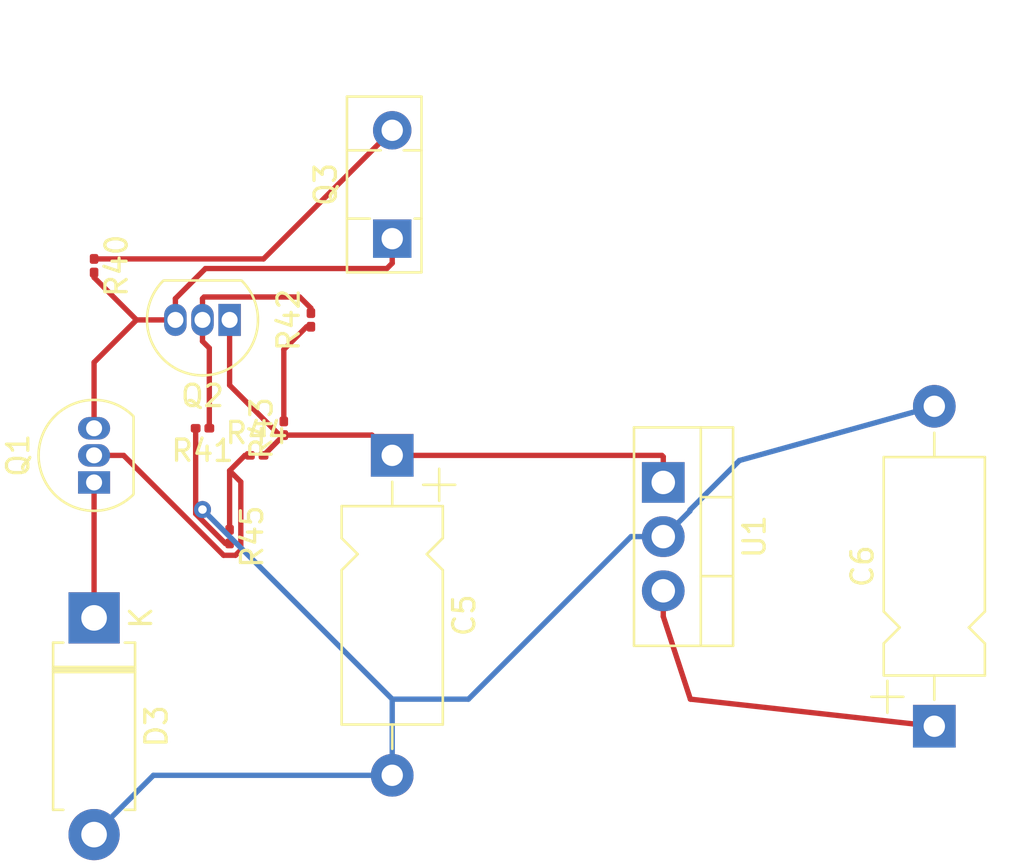
<source format=kicad_pcb>
(kicad_pcb (version 20171130) (host pcbnew "(5.1.5)-3")

  (general
    (thickness 1.6)
    (drawings 0)
    (tracks 63)
    (zones 0)
    (modules 13)
    (nets 10)
  )

  (page A4)
  (layers
    (0 F.Cu signal)
    (31 B.Cu signal)
    (32 B.Adhes user)
    (33 F.Adhes user)
    (34 B.Paste user)
    (35 F.Paste user)
    (36 B.SilkS user)
    (37 F.SilkS user)
    (38 B.Mask user)
    (39 F.Mask user)
    (40 Dwgs.User user)
    (41 Cmts.User user)
    (42 Eco1.User user)
    (43 Eco2.User user)
    (44 Edge.Cuts user)
    (45 Margin user)
    (46 B.CrtYd user)
    (47 F.CrtYd user)
    (48 B.Fab user)
    (49 F.Fab user)
  )

  (setup
    (last_trace_width 0.25)
    (trace_clearance 0.2)
    (zone_clearance 0.508)
    (zone_45_only no)
    (trace_min 0.2)
    (via_size 0.8)
    (via_drill 0.4)
    (via_min_size 0.4)
    (via_min_drill 0.3)
    (uvia_size 0.3)
    (uvia_drill 0.1)
    (uvias_allowed no)
    (uvia_min_size 0.2)
    (uvia_min_drill 0.1)
    (edge_width 0.05)
    (segment_width 0.2)
    (pcb_text_width 0.3)
    (pcb_text_size 1.5 1.5)
    (mod_edge_width 0.12)
    (mod_text_size 1 1)
    (mod_text_width 0.15)
    (pad_size 1.524 1.524)
    (pad_drill 0.762)
    (pad_to_mask_clearance 0.051)
    (solder_mask_min_width 0.25)
    (aux_axis_origin 0 0)
    (visible_elements FFFFFF7F)
    (pcbplotparams
      (layerselection 0x010fc_ffffffff)
      (usegerberextensions false)
      (usegerberattributes false)
      (usegerberadvancedattributes false)
      (creategerberjobfile false)
      (excludeedgelayer true)
      (linewidth 0.100000)
      (plotframeref false)
      (viasonmask false)
      (mode 1)
      (useauxorigin false)
      (hpglpennumber 1)
      (hpglpenspeed 20)
      (hpglpendiameter 15.000000)
      (psnegative false)
      (psa4output false)
      (plotreference true)
      (plotvalue true)
      (plotinvisibletext false)
      (padsonsilk false)
      (subtractmaskfromsilk false)
      (outputformat 1)
      (mirror false)
      (drillshape 1)
      (scaleselection 1)
      (outputdirectory ""))
  )

  (net 0 "")
  (net 1 "Net-(C5-Pad1)")
  (net 2 GND)
  (net 3 "Net-(C6-Pad1)")
  (net 4 "Net-(D3-Pad1)")
  (net 5 "Net-(Q1-Pad2)")
  (net 6 "Net-(Q1-Pad3)")
  (net 7 "Net-(Q2-Pad2)")
  (net 8 VCC)
  (net 9 "Net-(Q3-Pad3)")

  (net_class Default "Esta es la clase de red por defecto."
    (clearance 0.2)
    (trace_width 0.25)
    (via_dia 0.8)
    (via_drill 0.4)
    (uvia_dia 0.3)
    (uvia_drill 0.1)
    (add_net GND)
    (add_net "Net-(C5-Pad1)")
    (add_net "Net-(C6-Pad1)")
    (add_net "Net-(D3-Pad1)")
    (add_net "Net-(Q1-Pad2)")
    (add_net "Net-(Q1-Pad3)")
    (add_net "Net-(Q2-Pad2)")
    (add_net "Net-(Q3-Pad3)")
    (add_net VCC)
  )

  (module Capacitor_THT:CP_Axial_L10.0mm_D4.5mm_P15.00mm_Horizontal (layer F.Cu) (tedit 5AE50EF2) (tstamp 5EEBA615)
    (at 30.48 30.48 270)
    (descr "CP, Axial series, Axial, Horizontal, pin pitch=15mm, , length*diameter=10*4.5mm^2, Electrolytic Capacitor, , http://www.vishay.com/docs/28325/021asm.pdf")
    (tags "CP Axial series Axial Horizontal pin pitch 15mm  length 10mm diameter 4.5mm Electrolytic Capacitor")
    (path /5EEC4B63)
    (fp_text reference C5 (at 7.5 -3.37 90) (layer F.SilkS)
      (effects (font (size 1 1) (thickness 0.15)))
    )
    (fp_text value 100n (at 7.5 3.37 90) (layer F.Fab)
      (effects (font (size 1 1) (thickness 0.15)))
    )
    (fp_line (start 2.5 -2.25) (end 2.5 2.25) (layer F.Fab) (width 0.1))
    (fp_line (start 12.5 -2.25) (end 12.5 2.25) (layer F.Fab) (width 0.1))
    (fp_line (start 2.5 -2.25) (end 3.88 -2.25) (layer F.Fab) (width 0.1))
    (fp_line (start 3.88 -2.25) (end 4.63 -1.5) (layer F.Fab) (width 0.1))
    (fp_line (start 4.63 -1.5) (end 5.38 -2.25) (layer F.Fab) (width 0.1))
    (fp_line (start 5.38 -2.25) (end 12.5 -2.25) (layer F.Fab) (width 0.1))
    (fp_line (start 2.5 2.25) (end 3.88 2.25) (layer F.Fab) (width 0.1))
    (fp_line (start 3.88 2.25) (end 4.63 1.5) (layer F.Fab) (width 0.1))
    (fp_line (start 4.63 1.5) (end 5.38 2.25) (layer F.Fab) (width 0.1))
    (fp_line (start 5.38 2.25) (end 12.5 2.25) (layer F.Fab) (width 0.1))
    (fp_line (start 0 0) (end 2.5 0) (layer F.Fab) (width 0.1))
    (fp_line (start 15 0) (end 12.5 0) (layer F.Fab) (width 0.1))
    (fp_line (start 3.9 0) (end 5.4 0) (layer F.Fab) (width 0.1))
    (fp_line (start 4.65 -0.75) (end 4.65 0.75) (layer F.Fab) (width 0.1))
    (fp_line (start 0.63 -2.2) (end 2.13 -2.2) (layer F.SilkS) (width 0.12))
    (fp_line (start 1.38 -2.95) (end 1.38 -1.45) (layer F.SilkS) (width 0.12))
    (fp_line (start 2.38 -2.37) (end 2.38 2.37) (layer F.SilkS) (width 0.12))
    (fp_line (start 12.62 -2.37) (end 12.62 2.37) (layer F.SilkS) (width 0.12))
    (fp_line (start 2.38 -2.37) (end 3.88 -2.37) (layer F.SilkS) (width 0.12))
    (fp_line (start 3.88 -2.37) (end 4.63 -1.62) (layer F.SilkS) (width 0.12))
    (fp_line (start 4.63 -1.62) (end 5.38 -2.37) (layer F.SilkS) (width 0.12))
    (fp_line (start 5.38 -2.37) (end 12.62 -2.37) (layer F.SilkS) (width 0.12))
    (fp_line (start 2.38 2.37) (end 3.88 2.37) (layer F.SilkS) (width 0.12))
    (fp_line (start 3.88 2.37) (end 4.63 1.62) (layer F.SilkS) (width 0.12))
    (fp_line (start 4.63 1.62) (end 5.38 2.37) (layer F.SilkS) (width 0.12))
    (fp_line (start 5.38 2.37) (end 12.62 2.37) (layer F.SilkS) (width 0.12))
    (fp_line (start 1.24 0) (end 2.38 0) (layer F.SilkS) (width 0.12))
    (fp_line (start 13.76 0) (end 12.62 0) (layer F.SilkS) (width 0.12))
    (fp_line (start -1.25 -2.5) (end -1.25 2.5) (layer F.CrtYd) (width 0.05))
    (fp_line (start -1.25 2.5) (end 16.25 2.5) (layer F.CrtYd) (width 0.05))
    (fp_line (start 16.25 2.5) (end 16.25 -2.5) (layer F.CrtYd) (width 0.05))
    (fp_line (start 16.25 -2.5) (end -1.25 -2.5) (layer F.CrtYd) (width 0.05))
    (fp_text user %R (at 7.5 0 90) (layer F.Fab)
      (effects (font (size 1 1) (thickness 0.15)))
    )
    (pad 1 thru_hole rect (at 0 0 270) (size 2 2) (drill 1) (layers *.Cu *.Mask)
      (net 1 "Net-(C5-Pad1)"))
    (pad 2 thru_hole oval (at 15 0 270) (size 2 2) (drill 1) (layers *.Cu *.Mask)
      (net 2 GND))
    (model ${KISYS3DMOD}/Capacitor_THT.3dshapes/CP_Axial_L10.0mm_D4.5mm_P15.00mm_Horizontal.wrl
      (at (xyz 0 0 0))
      (scale (xyz 1 1 1))
      (rotate (xyz 0 0 0))
    )
  )

  (module Capacitor_THT:CP_Axial_L10.0mm_D4.5mm_P15.00mm_Horizontal (layer F.Cu) (tedit 5AE50EF2) (tstamp 5EEBB07F)
    (at 55.88 43.18 90)
    (descr "CP, Axial series, Axial, Horizontal, pin pitch=15mm, , length*diameter=10*4.5mm^2, Electrolytic Capacitor, , http://www.vishay.com/docs/28325/021asm.pdf")
    (tags "CP Axial series Axial Horizontal pin pitch 15mm  length 10mm diameter 4.5mm Electrolytic Capacitor")
    (path /5EEC695D)
    (fp_text reference C6 (at 7.5 -3.37 90) (layer F.SilkS)
      (effects (font (size 1 1) (thickness 0.15)))
    )
    (fp_text value 100n (at 7.5 3.37 90) (layer F.Fab)
      (effects (font (size 1 1) (thickness 0.15)))
    )
    (fp_text user %R (at 7.5 0 90) (layer F.Fab)
      (effects (font (size 1 1) (thickness 0.15)))
    )
    (fp_line (start 16.25 -2.5) (end -1.25 -2.5) (layer F.CrtYd) (width 0.05))
    (fp_line (start 16.25 2.5) (end 16.25 -2.5) (layer F.CrtYd) (width 0.05))
    (fp_line (start -1.25 2.5) (end 16.25 2.5) (layer F.CrtYd) (width 0.05))
    (fp_line (start -1.25 -2.5) (end -1.25 2.5) (layer F.CrtYd) (width 0.05))
    (fp_line (start 13.76 0) (end 12.62 0) (layer F.SilkS) (width 0.12))
    (fp_line (start 1.24 0) (end 2.38 0) (layer F.SilkS) (width 0.12))
    (fp_line (start 5.38 2.37) (end 12.62 2.37) (layer F.SilkS) (width 0.12))
    (fp_line (start 4.63 1.62) (end 5.38 2.37) (layer F.SilkS) (width 0.12))
    (fp_line (start 3.88 2.37) (end 4.63 1.62) (layer F.SilkS) (width 0.12))
    (fp_line (start 2.38 2.37) (end 3.88 2.37) (layer F.SilkS) (width 0.12))
    (fp_line (start 5.38 -2.37) (end 12.62 -2.37) (layer F.SilkS) (width 0.12))
    (fp_line (start 4.63 -1.62) (end 5.38 -2.37) (layer F.SilkS) (width 0.12))
    (fp_line (start 3.88 -2.37) (end 4.63 -1.62) (layer F.SilkS) (width 0.12))
    (fp_line (start 2.38 -2.37) (end 3.88 -2.37) (layer F.SilkS) (width 0.12))
    (fp_line (start 12.62 -2.37) (end 12.62 2.37) (layer F.SilkS) (width 0.12))
    (fp_line (start 2.38 -2.37) (end 2.38 2.37) (layer F.SilkS) (width 0.12))
    (fp_line (start 1.38 -2.95) (end 1.38 -1.45) (layer F.SilkS) (width 0.12))
    (fp_line (start 0.63 -2.2) (end 2.13 -2.2) (layer F.SilkS) (width 0.12))
    (fp_line (start 4.65 -0.75) (end 4.65 0.75) (layer F.Fab) (width 0.1))
    (fp_line (start 3.9 0) (end 5.4 0) (layer F.Fab) (width 0.1))
    (fp_line (start 15 0) (end 12.5 0) (layer F.Fab) (width 0.1))
    (fp_line (start 0 0) (end 2.5 0) (layer F.Fab) (width 0.1))
    (fp_line (start 5.38 2.25) (end 12.5 2.25) (layer F.Fab) (width 0.1))
    (fp_line (start 4.63 1.5) (end 5.38 2.25) (layer F.Fab) (width 0.1))
    (fp_line (start 3.88 2.25) (end 4.63 1.5) (layer F.Fab) (width 0.1))
    (fp_line (start 2.5 2.25) (end 3.88 2.25) (layer F.Fab) (width 0.1))
    (fp_line (start 5.38 -2.25) (end 12.5 -2.25) (layer F.Fab) (width 0.1))
    (fp_line (start 4.63 -1.5) (end 5.38 -2.25) (layer F.Fab) (width 0.1))
    (fp_line (start 3.88 -2.25) (end 4.63 -1.5) (layer F.Fab) (width 0.1))
    (fp_line (start 2.5 -2.25) (end 3.88 -2.25) (layer F.Fab) (width 0.1))
    (fp_line (start 12.5 -2.25) (end 12.5 2.25) (layer F.Fab) (width 0.1))
    (fp_line (start 2.5 -2.25) (end 2.5 2.25) (layer F.Fab) (width 0.1))
    (pad 2 thru_hole oval (at 15 0 90) (size 2 2) (drill 1) (layers *.Cu *.Mask)
      (net 2 GND))
    (pad 1 thru_hole rect (at 0 0 90) (size 2 2) (drill 1) (layers *.Cu *.Mask)
      (net 3 "Net-(C6-Pad1)"))
    (model ${KISYS3DMOD}/Capacitor_THT.3dshapes/CP_Axial_L10.0mm_D4.5mm_P15.00mm_Horizontal.wrl
      (at (xyz 0 0 0))
      (scale (xyz 1 1 1))
      (rotate (xyz 0 0 0))
    )
  )

  (module Diode_THT:D_DO-15_P10.16mm_Horizontal (layer F.Cu) (tedit 5AE50CD5) (tstamp 5EEBA65B)
    (at 16.51 38.1 270)
    (descr "Diode, DO-15 series, Axial, Horizontal, pin pitch=10.16mm, , length*diameter=7.6*3.6mm^2, , http://www.diodes.com/_files/packages/DO-15.pdf")
    (tags "Diode DO-15 series Axial Horizontal pin pitch 10.16mm  length 7.6mm diameter 3.6mm")
    (path /5EEBAC23)
    (fp_text reference D3 (at 5.08 -2.92 90) (layer F.SilkS)
      (effects (font (size 1 1) (thickness 0.15)))
    )
    (fp_text value 1N47xxA (at 5.08 2.92 90) (layer F.Fab)
      (effects (font (size 1 1) (thickness 0.15)))
    )
    (fp_line (start 1.28 -1.8) (end 1.28 1.8) (layer F.Fab) (width 0.1))
    (fp_line (start 1.28 1.8) (end 8.88 1.8) (layer F.Fab) (width 0.1))
    (fp_line (start 8.88 1.8) (end 8.88 -1.8) (layer F.Fab) (width 0.1))
    (fp_line (start 8.88 -1.8) (end 1.28 -1.8) (layer F.Fab) (width 0.1))
    (fp_line (start 0 0) (end 1.28 0) (layer F.Fab) (width 0.1))
    (fp_line (start 10.16 0) (end 8.88 0) (layer F.Fab) (width 0.1))
    (fp_line (start 2.42 -1.8) (end 2.42 1.8) (layer F.Fab) (width 0.1))
    (fp_line (start 2.52 -1.8) (end 2.52 1.8) (layer F.Fab) (width 0.1))
    (fp_line (start 2.32 -1.8) (end 2.32 1.8) (layer F.Fab) (width 0.1))
    (fp_line (start 1.16 -1.44) (end 1.16 -1.92) (layer F.SilkS) (width 0.12))
    (fp_line (start 1.16 -1.92) (end 9 -1.92) (layer F.SilkS) (width 0.12))
    (fp_line (start 9 -1.92) (end 9 -1.44) (layer F.SilkS) (width 0.12))
    (fp_line (start 1.16 1.44) (end 1.16 1.92) (layer F.SilkS) (width 0.12))
    (fp_line (start 1.16 1.92) (end 9 1.92) (layer F.SilkS) (width 0.12))
    (fp_line (start 9 1.92) (end 9 1.44) (layer F.SilkS) (width 0.12))
    (fp_line (start 2.42 -1.92) (end 2.42 1.92) (layer F.SilkS) (width 0.12))
    (fp_line (start 2.54 -1.92) (end 2.54 1.92) (layer F.SilkS) (width 0.12))
    (fp_line (start 2.3 -1.92) (end 2.3 1.92) (layer F.SilkS) (width 0.12))
    (fp_line (start -1.45 -2.05) (end -1.45 2.05) (layer F.CrtYd) (width 0.05))
    (fp_line (start -1.45 2.05) (end 11.61 2.05) (layer F.CrtYd) (width 0.05))
    (fp_line (start 11.61 2.05) (end 11.61 -2.05) (layer F.CrtYd) (width 0.05))
    (fp_line (start 11.61 -2.05) (end -1.45 -2.05) (layer F.CrtYd) (width 0.05))
    (fp_text user %R (at 5.65 0 90) (layer F.Fab)
      (effects (font (size 1 1) (thickness 0.15)))
    )
    (fp_text user K (at 0 -2.2 90) (layer F.Fab)
      (effects (font (size 1 1) (thickness 0.15)))
    )
    (fp_text user K (at 0 -2.2 90) (layer F.SilkS)
      (effects (font (size 1 1) (thickness 0.15)))
    )
    (pad 1 thru_hole rect (at 0 0 270) (size 2.4 2.4) (drill 1.2) (layers *.Cu *.Mask)
      (net 4 "Net-(D3-Pad1)"))
    (pad 2 thru_hole oval (at 10.16 0 270) (size 2.4 2.4) (drill 1.2) (layers *.Cu *.Mask)
      (net 2 GND))
    (model ${KISYS3DMOD}/Diode_THT.3dshapes/D_DO-15_P10.16mm_Horizontal.wrl
      (at (xyz 0 0 0))
      (scale (xyz 1 1 1))
      (rotate (xyz 0 0 0))
    )
  )

  (module Package_TO_SOT_THT:TO-92_Inline (layer F.Cu) (tedit 5A1DD157) (tstamp 5EEBA66D)
    (at 16.51 31.75 90)
    (descr "TO-92 leads in-line, narrow, oval pads, drill 0.75mm (see NXP sot054_po.pdf)")
    (tags "to-92 sc-43 sc-43a sot54 PA33 transistor")
    (path /5EEB6F2D)
    (fp_text reference Q1 (at 1.27 -3.56 90) (layer F.SilkS)
      (effects (font (size 1 1) (thickness 0.15)))
    )
    (fp_text value 2N3904 (at 1.27 2.79 90) (layer F.Fab)
      (effects (font (size 1 1) (thickness 0.15)))
    )
    (fp_text user %R (at 1.27 -3.56 90) (layer F.Fab)
      (effects (font (size 1 1) (thickness 0.15)))
    )
    (fp_line (start -0.53 1.85) (end 3.07 1.85) (layer F.SilkS) (width 0.12))
    (fp_line (start -0.5 1.75) (end 3 1.75) (layer F.Fab) (width 0.1))
    (fp_line (start -1.46 -2.73) (end 4 -2.73) (layer F.CrtYd) (width 0.05))
    (fp_line (start -1.46 -2.73) (end -1.46 2.01) (layer F.CrtYd) (width 0.05))
    (fp_line (start 4 2.01) (end 4 -2.73) (layer F.CrtYd) (width 0.05))
    (fp_line (start 4 2.01) (end -1.46 2.01) (layer F.CrtYd) (width 0.05))
    (fp_arc (start 1.27 0) (end 1.27 -2.48) (angle 135) (layer F.Fab) (width 0.1))
    (fp_arc (start 1.27 0) (end 1.27 -2.6) (angle -135) (layer F.SilkS) (width 0.12))
    (fp_arc (start 1.27 0) (end 1.27 -2.48) (angle -135) (layer F.Fab) (width 0.1))
    (fp_arc (start 1.27 0) (end 1.27 -2.6) (angle 135) (layer F.SilkS) (width 0.12))
    (pad 2 thru_hole oval (at 1.27 0 90) (size 1.05 1.5) (drill 0.75) (layers *.Cu *.Mask)
      (net 5 "Net-(Q1-Pad2)"))
    (pad 3 thru_hole oval (at 2.54 0 90) (size 1.05 1.5) (drill 0.75) (layers *.Cu *.Mask)
      (net 6 "Net-(Q1-Pad3)"))
    (pad 1 thru_hole rect (at 0 0 90) (size 1.05 1.5) (drill 0.75) (layers *.Cu *.Mask)
      (net 4 "Net-(D3-Pad1)"))
    (model ${KISYS3DMOD}/Package_TO_SOT_THT.3dshapes/TO-92_Inline.wrl
      (at (xyz 0 0 0))
      (scale (xyz 1 1 1))
      (rotate (xyz 0 0 0))
    )
  )

  (module Package_TO_SOT_THT:TO-92_Inline (layer F.Cu) (tedit 5A1DD157) (tstamp 5EEBA67F)
    (at 22.86 24.13 180)
    (descr "TO-92 leads in-line, narrow, oval pads, drill 0.75mm (see NXP sot054_po.pdf)")
    (tags "to-92 sc-43 sc-43a sot54 PA33 transistor")
    (path /5EEB9958)
    (fp_text reference Q2 (at 1.27 -3.56) (layer F.SilkS)
      (effects (font (size 1 1) (thickness 0.15)))
    )
    (fp_text value 2N3904 (at 1.27 2.79) (layer F.Fab)
      (effects (font (size 1 1) (thickness 0.15)))
    )
    (fp_arc (start 1.27 0) (end 1.27 -2.6) (angle 135) (layer F.SilkS) (width 0.12))
    (fp_arc (start 1.27 0) (end 1.27 -2.48) (angle -135) (layer F.Fab) (width 0.1))
    (fp_arc (start 1.27 0) (end 1.27 -2.6) (angle -135) (layer F.SilkS) (width 0.12))
    (fp_arc (start 1.27 0) (end 1.27 -2.48) (angle 135) (layer F.Fab) (width 0.1))
    (fp_line (start 4 2.01) (end -1.46 2.01) (layer F.CrtYd) (width 0.05))
    (fp_line (start 4 2.01) (end 4 -2.73) (layer F.CrtYd) (width 0.05))
    (fp_line (start -1.46 -2.73) (end -1.46 2.01) (layer F.CrtYd) (width 0.05))
    (fp_line (start -1.46 -2.73) (end 4 -2.73) (layer F.CrtYd) (width 0.05))
    (fp_line (start -0.5 1.75) (end 3 1.75) (layer F.Fab) (width 0.1))
    (fp_line (start -0.53 1.85) (end 3.07 1.85) (layer F.SilkS) (width 0.12))
    (fp_text user %R (at 1.27 -3.56) (layer F.Fab)
      (effects (font (size 1 1) (thickness 0.15)))
    )
    (pad 1 thru_hole rect (at 0 0 180) (size 1.05 1.5) (drill 0.75) (layers *.Cu *.Mask)
      (net 1 "Net-(C5-Pad1)"))
    (pad 3 thru_hole oval (at 2.54 0 180) (size 1.05 1.5) (drill 0.75) (layers *.Cu *.Mask)
      (net 6 "Net-(Q1-Pad3)"))
    (pad 2 thru_hole oval (at 1.27 0 180) (size 1.05 1.5) (drill 0.75) (layers *.Cu *.Mask)
      (net 7 "Net-(Q2-Pad2)"))
    (model ${KISYS3DMOD}/Package_TO_SOT_THT.3dshapes/TO-92_Inline.wrl
      (at (xyz 0 0 0))
      (scale (xyz 1 1 1))
      (rotate (xyz 0 0 0))
    )
  )

  (module Package_TO_SOT_THT:TO-126-2_Vertical (layer F.Cu) (tedit 5AC8BA0D) (tstamp 5EEBA698)
    (at 30.48 20.32 90)
    (descr "TO-126-2, Vertical, RM 5.08mm, see https://www.diodes.com/assets/Package-Files/TO126.pdf")
    (tags "TO-126-2 Vertical RM 5.08mm")
    (path /5EEBE8DB)
    (fp_text reference Q3 (at 2.54 -3.12 90) (layer F.SilkS)
      (effects (font (size 1 1) (thickness 0.15)))
    )
    (fp_text value Q_NPN_Darlington_BCE (at 2.54 2.5 90) (layer F.Fab)
      (effects (font (size 1 1) (thickness 0.15)))
    )
    (fp_line (start -1.46 -2) (end -1.46 1.25) (layer F.Fab) (width 0.1))
    (fp_line (start -1.46 1.25) (end 6.54 1.25) (layer F.Fab) (width 0.1))
    (fp_line (start 6.54 1.25) (end 6.54 -2) (layer F.Fab) (width 0.1))
    (fp_line (start 6.54 -2) (end -1.46 -2) (layer F.Fab) (width 0.1))
    (fp_line (start 0.94 -2) (end 0.94 1.25) (layer F.Fab) (width 0.1))
    (fp_line (start 4.14 -2) (end 4.14 1.25) (layer F.Fab) (width 0.1))
    (fp_line (start -1.58 -2.12) (end 6.66 -2.12) (layer F.SilkS) (width 0.12))
    (fp_line (start -1.58 1.37) (end 6.66 1.37) (layer F.SilkS) (width 0.12))
    (fp_line (start -1.58 -2.12) (end -1.58 1.37) (layer F.SilkS) (width 0.12))
    (fp_line (start 6.66 -2.12) (end 6.66 1.37) (layer F.SilkS) (width 0.12))
    (fp_line (start 0.94 -2.12) (end 0.94 -1.05) (layer F.SilkS) (width 0.12))
    (fp_line (start 0.94 1.05) (end 0.94 1.37) (layer F.SilkS) (width 0.12))
    (fp_line (start 4.141 -2.12) (end 4.141 -0.54) (layer F.SilkS) (width 0.12))
    (fp_line (start 4.141 0.54) (end 4.141 1.37) (layer F.SilkS) (width 0.12))
    (fp_line (start -1.71 -2.25) (end -1.71 1.5) (layer F.CrtYd) (width 0.05))
    (fp_line (start -1.71 1.5) (end 6.79 1.5) (layer F.CrtYd) (width 0.05))
    (fp_line (start 6.79 1.5) (end 6.79 -2.25) (layer F.CrtYd) (width 0.05))
    (fp_line (start 6.79 -2.25) (end -1.71 -2.25) (layer F.CrtYd) (width 0.05))
    (fp_text user %R (at 2.54 -3.12 90) (layer F.Fab)
      (effects (font (size 1 1) (thickness 0.15)))
    )
    (pad 1 thru_hole rect (at 0 0 90) (size 1.8 1.8) (drill 1) (layers *.Cu *.Mask)
      (net 6 "Net-(Q1-Pad3)"))
    (pad 2 thru_hole oval (at 5.08 0 90) (size 1.8 1.8) (drill 1) (layers *.Cu *.Mask)
      (net 8 VCC))
    (model ${KISYS3DMOD}/Package_TO_SOT_THT.3dshapes/TO-126-2_Vertical.wrl
      (at (xyz 0 0 0))
      (scale (xyz 1 1 1))
      (rotate (xyz 0 0 0))
    )
  )

  (module Resistor_SMD:R_0201_0603Metric (layer F.Cu) (tedit 5B301BBD) (tstamp 5EEBA6A9)
    (at 16.51 21.59 270)
    (descr "Resistor SMD 0201 (0603 Metric), square (rectangular) end terminal, IPC_7351 nominal, (Body size source: https://www.vishay.com/docs/20052/crcw0201e3.pdf), generated with kicad-footprint-generator")
    (tags resistor)
    (path /5EEB4963)
    (attr smd)
    (fp_text reference R40 (at 0 -1.05 90) (layer F.SilkS)
      (effects (font (size 1 1) (thickness 0.15)))
    )
    (fp_text value 10K (at 0 1.05 90) (layer F.Fab)
      (effects (font (size 1 1) (thickness 0.15)))
    )
    (fp_line (start -0.3 0.15) (end -0.3 -0.15) (layer F.Fab) (width 0.1))
    (fp_line (start -0.3 -0.15) (end 0.3 -0.15) (layer F.Fab) (width 0.1))
    (fp_line (start 0.3 -0.15) (end 0.3 0.15) (layer F.Fab) (width 0.1))
    (fp_line (start 0.3 0.15) (end -0.3 0.15) (layer F.Fab) (width 0.1))
    (fp_line (start -0.7 0.35) (end -0.7 -0.35) (layer F.CrtYd) (width 0.05))
    (fp_line (start -0.7 -0.35) (end 0.7 -0.35) (layer F.CrtYd) (width 0.05))
    (fp_line (start 0.7 -0.35) (end 0.7 0.35) (layer F.CrtYd) (width 0.05))
    (fp_line (start 0.7 0.35) (end -0.7 0.35) (layer F.CrtYd) (width 0.05))
    (fp_text user %R (at 0 -0.68 90) (layer F.Fab)
      (effects (font (size 0.25 0.25) (thickness 0.04)))
    )
    (pad "" smd roundrect (at -0.345 0 270) (size 0.318 0.36) (layers F.Paste) (roundrect_rratio 0.25))
    (pad "" smd roundrect (at 0.345 0 270) (size 0.318 0.36) (layers F.Paste) (roundrect_rratio 0.25))
    (pad 1 smd roundrect (at -0.32 0 270) (size 0.46 0.4) (layers F.Cu F.Mask) (roundrect_rratio 0.25)
      (net 8 VCC))
    (pad 2 smd roundrect (at 0.32 0 270) (size 0.46 0.4) (layers F.Cu F.Mask) (roundrect_rratio 0.25)
      (net 6 "Net-(Q1-Pad3)"))
    (model ${KISYS3DMOD}/Resistor_SMD.3dshapes/R_0201_0603Metric.wrl
      (at (xyz 0 0 0))
      (scale (xyz 1 1 1))
      (rotate (xyz 0 0 0))
    )
  )

  (module Resistor_SMD:R_0201_0603Metric (layer F.Cu) (tedit 5B301BBD) (tstamp 5EEBA6BA)
    (at 21.59 29.21 180)
    (descr "Resistor SMD 0201 (0603 Metric), square (rectangular) end terminal, IPC_7351 nominal, (Body size source: https://www.vishay.com/docs/20052/crcw0201e3.pdf), generated with kicad-footprint-generator")
    (tags resistor)
    (path /5EEB4EB0)
    (attr smd)
    (fp_text reference R41 (at 0 -1.05) (layer F.SilkS)
      (effects (font (size 1 1) (thickness 0.15)))
    )
    (fp_text value 2K (at 0 1.05) (layer F.Fab)
      (effects (font (size 1 1) (thickness 0.15)))
    )
    (fp_text user %R (at 0 -0.68) (layer F.Fab)
      (effects (font (size 0.25 0.25) (thickness 0.04)))
    )
    (fp_line (start 0.7 0.35) (end -0.7 0.35) (layer F.CrtYd) (width 0.05))
    (fp_line (start 0.7 -0.35) (end 0.7 0.35) (layer F.CrtYd) (width 0.05))
    (fp_line (start -0.7 -0.35) (end 0.7 -0.35) (layer F.CrtYd) (width 0.05))
    (fp_line (start -0.7 0.35) (end -0.7 -0.35) (layer F.CrtYd) (width 0.05))
    (fp_line (start 0.3 0.15) (end -0.3 0.15) (layer F.Fab) (width 0.1))
    (fp_line (start 0.3 -0.15) (end 0.3 0.15) (layer F.Fab) (width 0.1))
    (fp_line (start -0.3 -0.15) (end 0.3 -0.15) (layer F.Fab) (width 0.1))
    (fp_line (start -0.3 0.15) (end -0.3 -0.15) (layer F.Fab) (width 0.1))
    (pad 2 smd roundrect (at 0.32 0 180) (size 0.46 0.4) (layers F.Cu F.Mask) (roundrect_rratio 0.25)
      (net 2 GND))
    (pad 1 smd roundrect (at -0.32 0 180) (size 0.46 0.4) (layers F.Cu F.Mask) (roundrect_rratio 0.25)
      (net 7 "Net-(Q2-Pad2)"))
    (pad "" smd roundrect (at 0.345 0 180) (size 0.318 0.36) (layers F.Paste) (roundrect_rratio 0.25))
    (pad "" smd roundrect (at -0.345 0 180) (size 0.318 0.36) (layers F.Paste) (roundrect_rratio 0.25))
    (model ${KISYS3DMOD}/Resistor_SMD.3dshapes/R_0201_0603Metric.wrl
      (at (xyz 0 0 0))
      (scale (xyz 1 1 1))
      (rotate (xyz 0 0 0))
    )
  )

  (module Resistor_SMD:R_0201_0603Metric (layer F.Cu) (tedit 5B301BBD) (tstamp 5EEBA6CB)
    (at 26.67 24.13 90)
    (descr "Resistor SMD 0201 (0603 Metric), square (rectangular) end terminal, IPC_7351 nominal, (Body size source: https://www.vishay.com/docs/20052/crcw0201e3.pdf), generated with kicad-footprint-generator")
    (tags resistor)
    (path /5EEB5373)
    (attr smd)
    (fp_text reference R42 (at 0 -1.05 90) (layer F.SilkS)
      (effects (font (size 1 1) (thickness 0.15)))
    )
    (fp_text value 2K (at 0 1.05 90) (layer F.Fab)
      (effects (font (size 1 1) (thickness 0.15)))
    )
    (fp_line (start -0.3 0.15) (end -0.3 -0.15) (layer F.Fab) (width 0.1))
    (fp_line (start -0.3 -0.15) (end 0.3 -0.15) (layer F.Fab) (width 0.1))
    (fp_line (start 0.3 -0.15) (end 0.3 0.15) (layer F.Fab) (width 0.1))
    (fp_line (start 0.3 0.15) (end -0.3 0.15) (layer F.Fab) (width 0.1))
    (fp_line (start -0.7 0.35) (end -0.7 -0.35) (layer F.CrtYd) (width 0.05))
    (fp_line (start -0.7 -0.35) (end 0.7 -0.35) (layer F.CrtYd) (width 0.05))
    (fp_line (start 0.7 -0.35) (end 0.7 0.35) (layer F.CrtYd) (width 0.05))
    (fp_line (start 0.7 0.35) (end -0.7 0.35) (layer F.CrtYd) (width 0.05))
    (fp_text user %R (at 0 -0.68 90) (layer F.Fab)
      (effects (font (size 0.25 0.25) (thickness 0.04)))
    )
    (pad "" smd roundrect (at -0.345 0 90) (size 0.318 0.36) (layers F.Paste) (roundrect_rratio 0.25))
    (pad "" smd roundrect (at 0.345 0 90) (size 0.318 0.36) (layers F.Paste) (roundrect_rratio 0.25))
    (pad 1 smd roundrect (at -0.32 0 90) (size 0.46 0.4) (layers F.Cu F.Mask) (roundrect_rratio 0.25)
      (net 9 "Net-(Q3-Pad3)"))
    (pad 2 smd roundrect (at 0.32 0 90) (size 0.46 0.4) (layers F.Cu F.Mask) (roundrect_rratio 0.25)
      (net 7 "Net-(Q2-Pad2)"))
    (model ${KISYS3DMOD}/Resistor_SMD.3dshapes/R_0201_0603Metric.wrl
      (at (xyz 0 0 0))
      (scale (xyz 1 1 1))
      (rotate (xyz 0 0 0))
    )
  )

  (module Resistor_SMD:R_0201_0603Metric (layer F.Cu) (tedit 5B301BBD) (tstamp 5EEBA6DC)
    (at 25.4 29.21 90)
    (descr "Resistor SMD 0201 (0603 Metric), square (rectangular) end terminal, IPC_7351 nominal, (Body size source: https://www.vishay.com/docs/20052/crcw0201e3.pdf), generated with kicad-footprint-generator")
    (tags resistor)
    (path /5EEB57BB)
    (attr smd)
    (fp_text reference R43 (at 0 -1.05 90) (layer F.SilkS)
      (effects (font (size 1 1) (thickness 0.15)))
    )
    (fp_text value 26 (at 0 1.05 90) (layer F.Fab)
      (effects (font (size 1 1) (thickness 0.15)))
    )
    (fp_text user %R (at 0 -0.68 90) (layer F.Fab)
      (effects (font (size 0.25 0.25) (thickness 0.04)))
    )
    (fp_line (start 0.7 0.35) (end -0.7 0.35) (layer F.CrtYd) (width 0.05))
    (fp_line (start 0.7 -0.35) (end 0.7 0.35) (layer F.CrtYd) (width 0.05))
    (fp_line (start -0.7 -0.35) (end 0.7 -0.35) (layer F.CrtYd) (width 0.05))
    (fp_line (start -0.7 0.35) (end -0.7 -0.35) (layer F.CrtYd) (width 0.05))
    (fp_line (start 0.3 0.15) (end -0.3 0.15) (layer F.Fab) (width 0.1))
    (fp_line (start 0.3 -0.15) (end 0.3 0.15) (layer F.Fab) (width 0.1))
    (fp_line (start -0.3 -0.15) (end 0.3 -0.15) (layer F.Fab) (width 0.1))
    (fp_line (start -0.3 0.15) (end -0.3 -0.15) (layer F.Fab) (width 0.1))
    (pad 2 smd roundrect (at 0.32 0 90) (size 0.46 0.4) (layers F.Cu F.Mask) (roundrect_rratio 0.25)
      (net 9 "Net-(Q3-Pad3)"))
    (pad 1 smd roundrect (at -0.32 0 90) (size 0.46 0.4) (layers F.Cu F.Mask) (roundrect_rratio 0.25)
      (net 1 "Net-(C5-Pad1)"))
    (pad "" smd roundrect (at 0.345 0 90) (size 0.318 0.36) (layers F.Paste) (roundrect_rratio 0.25))
    (pad "" smd roundrect (at -0.345 0 90) (size 0.318 0.36) (layers F.Paste) (roundrect_rratio 0.25))
    (model ${KISYS3DMOD}/Resistor_SMD.3dshapes/R_0201_0603Metric.wrl
      (at (xyz 0 0 0))
      (scale (xyz 1 1 1))
      (rotate (xyz 0 0 0))
    )
  )

  (module Resistor_SMD:R_0201_0603Metric (layer F.Cu) (tedit 5B301BBD) (tstamp 5EEBA6ED)
    (at 24.13 30.48)
    (descr "Resistor SMD 0201 (0603 Metric), square (rectangular) end terminal, IPC_7351 nominal, (Body size source: https://www.vishay.com/docs/20052/crcw0201e3.pdf), generated with kicad-footprint-generator")
    (tags resistor)
    (path /5EEB5C3A)
    (attr smd)
    (fp_text reference R44 (at 0 -1.05) (layer F.SilkS)
      (effects (font (size 1 1) (thickness 0.15)))
    )
    (fp_text value 27K (at 0 1.05) (layer F.Fab)
      (effects (font (size 1 1) (thickness 0.15)))
    )
    (fp_line (start -0.3 0.15) (end -0.3 -0.15) (layer F.Fab) (width 0.1))
    (fp_line (start -0.3 -0.15) (end 0.3 -0.15) (layer F.Fab) (width 0.1))
    (fp_line (start 0.3 -0.15) (end 0.3 0.15) (layer F.Fab) (width 0.1))
    (fp_line (start 0.3 0.15) (end -0.3 0.15) (layer F.Fab) (width 0.1))
    (fp_line (start -0.7 0.35) (end -0.7 -0.35) (layer F.CrtYd) (width 0.05))
    (fp_line (start -0.7 -0.35) (end 0.7 -0.35) (layer F.CrtYd) (width 0.05))
    (fp_line (start 0.7 -0.35) (end 0.7 0.35) (layer F.CrtYd) (width 0.05))
    (fp_line (start 0.7 0.35) (end -0.7 0.35) (layer F.CrtYd) (width 0.05))
    (fp_text user %R (at 0 -0.68) (layer F.Fab)
      (effects (font (size 0.25 0.25) (thickness 0.04)))
    )
    (pad "" smd roundrect (at -0.345 0) (size 0.318 0.36) (layers F.Paste) (roundrect_rratio 0.25))
    (pad "" smd roundrect (at 0.345 0) (size 0.318 0.36) (layers F.Paste) (roundrect_rratio 0.25))
    (pad 1 smd roundrect (at -0.32 0) (size 0.46 0.4) (layers F.Cu F.Mask) (roundrect_rratio 0.25)
      (net 5 "Net-(Q1-Pad2)"))
    (pad 2 smd roundrect (at 0.32 0) (size 0.46 0.4) (layers F.Cu F.Mask) (roundrect_rratio 0.25)
      (net 1 "Net-(C5-Pad1)"))
    (model ${KISYS3DMOD}/Resistor_SMD.3dshapes/R_0201_0603Metric.wrl
      (at (xyz 0 0 0))
      (scale (xyz 1 1 1))
      (rotate (xyz 0 0 0))
    )
  )

  (module Resistor_SMD:R_0201_0603Metric (layer F.Cu) (tedit 5B301BBD) (tstamp 5EEBA6FE)
    (at 22.86 34.29 270)
    (descr "Resistor SMD 0201 (0603 Metric), square (rectangular) end terminal, IPC_7351 nominal, (Body size source: https://www.vishay.com/docs/20052/crcw0201e3.pdf), generated with kicad-footprint-generator")
    (tags resistor)
    (path /5EEB6685)
    (attr smd)
    (fp_text reference R45 (at 0 -1.05 90) (layer F.SilkS)
      (effects (font (size 1 1) (thickness 0.15)))
    )
    (fp_text value 10K (at 0 1.05 90) (layer F.Fab)
      (effects (font (size 1 1) (thickness 0.15)))
    )
    (fp_text user %R (at 0 -0.68 90) (layer F.Fab)
      (effects (font (size 0.25 0.25) (thickness 0.04)))
    )
    (fp_line (start 0.7 0.35) (end -0.7 0.35) (layer F.CrtYd) (width 0.05))
    (fp_line (start 0.7 -0.35) (end 0.7 0.35) (layer F.CrtYd) (width 0.05))
    (fp_line (start -0.7 -0.35) (end 0.7 -0.35) (layer F.CrtYd) (width 0.05))
    (fp_line (start -0.7 0.35) (end -0.7 -0.35) (layer F.CrtYd) (width 0.05))
    (fp_line (start 0.3 0.15) (end -0.3 0.15) (layer F.Fab) (width 0.1))
    (fp_line (start 0.3 -0.15) (end 0.3 0.15) (layer F.Fab) (width 0.1))
    (fp_line (start -0.3 -0.15) (end 0.3 -0.15) (layer F.Fab) (width 0.1))
    (fp_line (start -0.3 0.15) (end -0.3 -0.15) (layer F.Fab) (width 0.1))
    (pad 2 smd roundrect (at 0.32 0 270) (size 0.46 0.4) (layers F.Cu F.Mask) (roundrect_rratio 0.25)
      (net 2 GND))
    (pad 1 smd roundrect (at -0.32 0 270) (size 0.46 0.4) (layers F.Cu F.Mask) (roundrect_rratio 0.25)
      (net 5 "Net-(Q1-Pad2)"))
    (pad "" smd roundrect (at 0.345 0 270) (size 0.318 0.36) (layers F.Paste) (roundrect_rratio 0.25))
    (pad "" smd roundrect (at -0.345 0 270) (size 0.318 0.36) (layers F.Paste) (roundrect_rratio 0.25))
    (model ${KISYS3DMOD}/Resistor_SMD.3dshapes/R_0201_0603Metric.wrl
      (at (xyz 0 0 0))
      (scale (xyz 1 1 1))
      (rotate (xyz 0 0 0))
    )
  )

  (module Package_TO_SOT_THT:TO-220-3_Vertical (layer F.Cu) (tedit 5AC8BA0D) (tstamp 5EEBA718)
    (at 43.18 31.75 270)
    (descr "TO-220-3, Vertical, RM 2.54mm, see https://www.vishay.com/docs/66542/to-220-1.pdf")
    (tags "TO-220-3 Vertical RM 2.54mm")
    (path /5EEC27D5)
    (fp_text reference U1 (at 2.54 -4.27 90) (layer F.SilkS)
      (effects (font (size 1 1) (thickness 0.15)))
    )
    (fp_text value LM7815_TO220 (at 2.54 2.5 90) (layer F.Fab)
      (effects (font (size 1 1) (thickness 0.15)))
    )
    (fp_line (start -2.46 -3.15) (end -2.46 1.25) (layer F.Fab) (width 0.1))
    (fp_line (start -2.46 1.25) (end 7.54 1.25) (layer F.Fab) (width 0.1))
    (fp_line (start 7.54 1.25) (end 7.54 -3.15) (layer F.Fab) (width 0.1))
    (fp_line (start 7.54 -3.15) (end -2.46 -3.15) (layer F.Fab) (width 0.1))
    (fp_line (start -2.46 -1.88) (end 7.54 -1.88) (layer F.Fab) (width 0.1))
    (fp_line (start 0.69 -3.15) (end 0.69 -1.88) (layer F.Fab) (width 0.1))
    (fp_line (start 4.39 -3.15) (end 4.39 -1.88) (layer F.Fab) (width 0.1))
    (fp_line (start -2.58 -3.27) (end 7.66 -3.27) (layer F.SilkS) (width 0.12))
    (fp_line (start -2.58 1.371) (end 7.66 1.371) (layer F.SilkS) (width 0.12))
    (fp_line (start -2.58 -3.27) (end -2.58 1.371) (layer F.SilkS) (width 0.12))
    (fp_line (start 7.66 -3.27) (end 7.66 1.371) (layer F.SilkS) (width 0.12))
    (fp_line (start -2.58 -1.76) (end 7.66 -1.76) (layer F.SilkS) (width 0.12))
    (fp_line (start 0.69 -3.27) (end 0.69 -1.76) (layer F.SilkS) (width 0.12))
    (fp_line (start 4.391 -3.27) (end 4.391 -1.76) (layer F.SilkS) (width 0.12))
    (fp_line (start -2.71 -3.4) (end -2.71 1.51) (layer F.CrtYd) (width 0.05))
    (fp_line (start -2.71 1.51) (end 7.79 1.51) (layer F.CrtYd) (width 0.05))
    (fp_line (start 7.79 1.51) (end 7.79 -3.4) (layer F.CrtYd) (width 0.05))
    (fp_line (start 7.79 -3.4) (end -2.71 -3.4) (layer F.CrtYd) (width 0.05))
    (fp_text user %R (at 2.54 -4.27 90) (layer F.Fab)
      (effects (font (size 1 1) (thickness 0.15)))
    )
    (pad 1 thru_hole rect (at 0 0 270) (size 1.905 2) (drill 1.1) (layers *.Cu *.Mask)
      (net 1 "Net-(C5-Pad1)"))
    (pad 2 thru_hole oval (at 2.54 0 270) (size 1.905 2) (drill 1.1) (layers *.Cu *.Mask)
      (net 2 GND))
    (pad 3 thru_hole oval (at 5.08 0 270) (size 1.905 2) (drill 1.1) (layers *.Cu *.Mask)
      (net 3 "Net-(C6-Pad1)"))
    (model ${KISYS3DMOD}/Package_TO_SOT_THT.3dshapes/TO-220-3_Vertical.wrl
      (at (xyz 0 0 0))
      (scale (xyz 1 1 1))
      (rotate (xyz 0 0 0))
    )
  )

  (segment (start 24.45 30.48) (end 25.4 29.53) (width 0.25) (layer F.Cu) (net 1))
  (segment (start 25.2 29.53) (end 25.4 29.53) (width 0.25) (layer F.Cu) (net 1))
  (segment (start 22.86 27.19) (end 25.2 29.53) (width 0.25) (layer F.Cu) (net 1))
  (segment (start 22.86 24.13) (end 22.86 27.19) (width 0.25) (layer F.Cu) (net 1))
  (segment (start 29.53 29.53) (end 30.48 30.48) (width 0.25) (layer F.Cu) (net 1))
  (segment (start 25.4 29.53) (end 29.53 29.53) (width 0.25) (layer F.Cu) (net 1))
  (segment (start 43.18 30.5475) (end 43.18 31.75) (width 0.25) (layer F.Cu) (net 1))
  (segment (start 43.1125 30.48) (end 43.18 30.5475) (width 0.25) (layer F.Cu) (net 1))
  (segment (start 30.48 30.48) (end 43.1125 30.48) (width 0.25) (layer F.Cu) (net 1))
  (segment (start 21.27 33.22) (end 22.66 34.61) (width 0.25) (layer F.Cu) (net 2))
  (segment (start 22.66 34.61) (end 22.86 34.61) (width 0.25) (layer F.Cu) (net 2))
  (segment (start 21.27 29.21) (end 21.27 33.22) (width 0.25) (layer F.Cu) (net 2))
  (segment (start 30.48 45.48) (end 30.48 41.91) (width 0.25) (layer B.Cu) (net 2))
  (segment (start 30.48 41.91) (end 21.59 33.02) (width 0.25) (layer B.Cu) (net 2))
  (segment (start 21.59 33.02) (end 21.59 33.02) (width 0.25) (layer B.Cu) (net 2) (tstamp 5EEBAFF5))
  (via (at 21.59 33.02) (size 0.8) (drill 0.4) (layers F.Cu B.Cu) (net 2))
  (segment (start 19.29 45.48) (end 16.51 48.26) (width 0.25) (layer B.Cu) (net 2))
  (segment (start 30.48 45.48) (end 19.29 45.48) (width 0.25) (layer B.Cu) (net 2))
  (segment (start 41.67 34.29) (end 34.05 41.91) (width 0.25) (layer B.Cu) (net 2))
  (segment (start 43.18 34.29) (end 41.67 34.29) (width 0.25) (layer B.Cu) (net 2))
  (segment (start 34.05 41.91) (end 30.48 41.91) (width 0.25) (layer B.Cu) (net 2))
  (segment (start 43.2275 34.29) (end 43.18 34.29) (width 0.25) (layer B.Cu) (net 2))
  (segment (start 44.43 33.0875) (end 43.2275 34.29) (width 0.25) (layer B.Cu) (net 2))
  (segment (start 44.43 33.04) (end 44.43 33.0875) (width 0.25) (layer B.Cu) (net 2))
  (segment (start 55.88 28.18) (end 46.75 30.72) (width 0.25) (layer B.Cu) (net 2))
  (segment (start 46.75 30.72) (end 44.43 33.04) (width 0.25) (layer B.Cu) (net 2))
  (segment (start 43.18 38.0325) (end 43.18 36.83) (width 0.25) (layer F.Cu) (net 3))
  (segment (start 55.88 43.18) (end 44.45 41.91) (width 0.25) (layer F.Cu) (net 3))
  (segment (start 44.45 41.91) (end 43.18 38.0325) (width 0.25) (layer F.Cu) (net 3))
  (segment (start 16.51 31.75) (end 16.51 38.1) (width 0.25) (layer F.Cu) (net 4))
  (segment (start 23.58 30.48) (end 23.81 30.48) (width 0.25) (layer F.Cu) (net 5))
  (segment (start 22.86 31.2) (end 23.58 30.48) (width 0.25) (layer F.Cu) (net 5))
  (segment (start 22.86 33.97) (end 22.86 31.2) (width 0.25) (layer F.Cu) (net 5))
  (segment (start 23.136048 35.16501) (end 23.38501 34.916048) (width 0.25) (layer F.Cu) (net 5))
  (segment (start 22.5786 35.16501) (end 23.136048 35.16501) (width 0.25) (layer F.Cu) (net 5))
  (segment (start 17.89359 30.48) (end 22.5786 35.16501) (width 0.25) (layer F.Cu) (net 5))
  (segment (start 23.38501 31.72501) (end 22.86 31.2) (width 0.25) (layer F.Cu) (net 5))
  (segment (start 23.38501 34.916048) (end 23.38501 31.72501) (width 0.25) (layer F.Cu) (net 5))
  (segment (start 16.51 30.48) (end 17.89359 30.48) (width 0.25) (layer F.Cu) (net 5))
  (segment (start 16.51 22.14) (end 16.51 21.91) (width 0.25) (layer F.Cu) (net 6))
  (segment (start 18.5 24.13) (end 16.51 22.14) (width 0.25) (layer F.Cu) (net 6))
  (segment (start 20.32 24.13) (end 18.5 24.13) (width 0.25) (layer F.Cu) (net 6))
  (segment (start 16.51 26.12) (end 18.5 24.13) (width 0.25) (layer F.Cu) (net 6))
  (segment (start 16.51 29.21) (end 16.51 26.12) (width 0.25) (layer F.Cu) (net 6))
  (segment (start 30.48 21.47) (end 30.48 20.32) (width 0.25) (layer F.Cu) (net 6))
  (segment (start 30.22999 21.72001) (end 30.48 21.47) (width 0.25) (layer F.Cu) (net 6))
  (segment (start 21.72999 21.72001) (end 30.22999 21.72001) (width 0.25) (layer F.Cu) (net 6))
  (segment (start 20.32 23.13) (end 21.72999 21.72001) (width 0.25) (layer F.Cu) (net 6))
  (segment (start 20.32 24.13) (end 20.32 23.13) (width 0.25) (layer F.Cu) (net 6))
  (segment (start 21.91 29.01) (end 21.91 29.21) (width 0.25) (layer F.Cu) (net 7))
  (segment (start 21.91 25.45) (end 21.91 29.01) (width 0.25) (layer F.Cu) (net 7))
  (segment (start 21.59 25.13) (end 21.91 25.45) (width 0.25) (layer F.Cu) (net 7))
  (segment (start 21.59 24.13) (end 21.59 25.13) (width 0.25) (layer F.Cu) (net 7))
  (segment (start 21.665001 23.054999) (end 21.59 23.13) (width 0.25) (layer F.Cu) (net 7))
  (segment (start 26.144999 23.054999) (end 21.665001 23.054999) (width 0.25) (layer F.Cu) (net 7))
  (segment (start 21.59 23.13) (end 21.59 24.13) (width 0.25) (layer F.Cu) (net 7))
  (segment (start 26.67 23.58) (end 26.144999 23.054999) (width 0.25) (layer F.Cu) (net 7))
  (segment (start 26.67 23.81) (end 26.67 23.58) (width 0.25) (layer F.Cu) (net 7))
  (segment (start 24.45 21.27) (end 30.48 15.24) (width 0.25) (layer F.Cu) (net 8))
  (segment (start 16.51 21.27) (end 24.45 21.27) (width 0.25) (layer F.Cu) (net 8))
  (segment (start 26.47 24.45) (end 26.67 24.45) (width 0.25) (layer F.Cu) (net 9))
  (segment (start 25.4 25.52) (end 26.47 24.45) (width 0.25) (layer F.Cu) (net 9))
  (segment (start 25.4 28.89) (end 25.4 25.52) (width 0.25) (layer F.Cu) (net 9))

)

</source>
